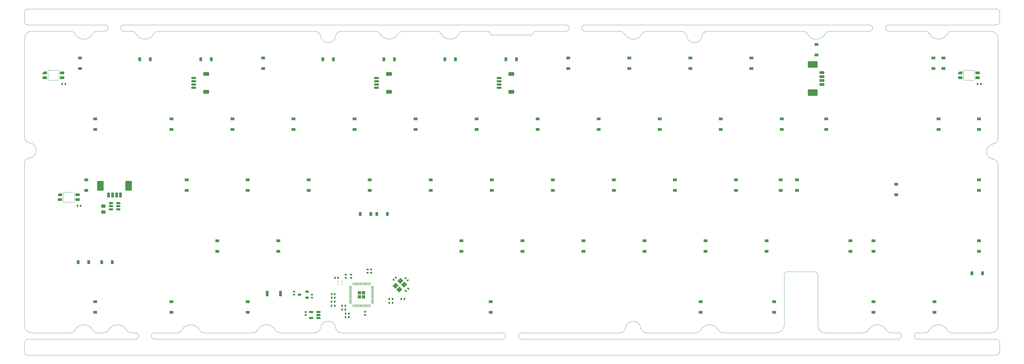
<source format=gbp>
G04 #@! TF.GenerationSoftware,KiCad,Pcbnew,(6.99.0-1912-g359c99991b)*
G04 #@! TF.CreationDate,2023-08-15T13:40:24+07:00*
G04 #@! TF.ProjectId,nyx,6e79782e-6b69-4636-9164-5f7063625858,2*
G04 #@! TF.SameCoordinates,Original*
G04 #@! TF.FileFunction,Paste,Bot*
G04 #@! TF.FilePolarity,Positive*
%FSLAX46Y46*%
G04 Gerber Fmt 4.6, Leading zero omitted, Abs format (unit mm)*
G04 Created by KiCad (PCBNEW (6.99.0-1912-g359c99991b)) date 2023-08-15 13:40:24*
%MOMM*%
%LPD*%
G01*
G04 APERTURE LIST*
G04 Aperture macros list*
%AMRoundRect*
0 Rectangle with rounded corners*
0 $1 Rounding radius*
0 $2 $3 $4 $5 $6 $7 $8 $9 X,Y pos of 4 corners*
0 Add a 4 corners polygon primitive as box body*
4,1,4,$2,$3,$4,$5,$6,$7,$8,$9,$2,$3,0*
0 Add four circle primitives for the rounded corners*
1,1,$1+$1,$2,$3*
1,1,$1+$1,$4,$5*
1,1,$1+$1,$6,$7*
1,1,$1+$1,$8,$9*
0 Add four rect primitives between the rounded corners*
20,1,$1+$1,$2,$3,$4,$5,0*
20,1,$1+$1,$4,$5,$6,$7,0*
20,1,$1+$1,$6,$7,$8,$9,0*
20,1,$1+$1,$8,$9,$2,$3,0*%
%AMRotRect*
0 Rectangle, with rotation*
0 The origin of the aperture is its center*
0 $1 length*
0 $2 width*
0 $3 Rotation angle, in degrees counterclockwise*
0 Add horizontal line*
21,1,$1,$2,0,0,$3*%
%AMFreePoly0*
4,1,18,-0.410000,0.593000,-0.403758,0.624380,-0.385983,0.650983,-0.359380,0.668758,-0.328000,0.675000,0.328000,0.675000,0.359380,0.668758,0.385983,0.650983,0.403758,0.624380,0.410000,0.593000,0.410000,-0.593000,0.403758,-0.624380,0.385983,-0.650983,0.359380,-0.668758,0.328000,-0.675000,0.000000,-0.675000,-0.410000,-0.265000,-0.410000,0.593000,-0.410000,0.593000,$1*%
G04 Aperture macros list end*
%ADD10C,0.100000*%
%ADD11R,0.900000X1.700000*%
%ADD12R,1.200000X0.900000*%
%ADD13RoundRect,0.140000X-0.170000X0.140000X-0.170000X-0.140000X0.170000X-0.140000X0.170000X0.140000X0*%
%ADD14RoundRect,0.140000X0.170000X-0.140000X0.170000X0.140000X-0.170000X0.140000X-0.170000X-0.140000X0*%
%ADD15R,0.900000X1.200000*%
%ADD16RoundRect,0.200000X0.600000X-0.200000X0.600000X0.200000X-0.600000X0.200000X-0.600000X-0.200000X0*%
%ADD17RoundRect,0.250001X1.249999X-0.799999X1.249999X0.799999X-1.249999X0.799999X-1.249999X-0.799999X0*%
%ADD18RoundRect,0.200000X-0.200000X-0.600000X0.200000X-0.600000X0.200000X0.600000X-0.200000X0.600000X0*%
%ADD19RoundRect,0.250001X-0.799999X-1.249999X0.799999X-1.249999X0.799999X1.249999X-0.799999X1.249999X0*%
%ADD20RoundRect,0.140000X-0.140000X-0.170000X0.140000X-0.170000X0.140000X0.170000X-0.140000X0.170000X0*%
%ADD21RoundRect,0.140000X0.140000X0.170000X-0.140000X0.170000X-0.140000X-0.170000X0.140000X-0.170000X0*%
%ADD22RoundRect,0.250000X-0.292217X0.292217X-0.292217X-0.292217X0.292217X-0.292217X0.292217X0.292217X0*%
%ADD23RoundRect,0.050000X-0.050000X0.387500X-0.050000X-0.387500X0.050000X-0.387500X0.050000X0.387500X0*%
%ADD24RoundRect,0.050000X-0.387500X0.050000X-0.387500X-0.050000X0.387500X-0.050000X0.387500X0.050000X0*%
%ADD25RoundRect,0.045000X0.055000X0.045000X-0.055000X0.045000X-0.055000X-0.045000X0.055000X-0.045000X0*%
%ADD26RoundRect,0.140000X0.021213X-0.219203X0.219203X-0.021213X-0.021213X0.219203X-0.219203X0.021213X0*%
%ADD27RotRect,1.400000X1.200000X225.000000*%
%ADD28RoundRect,0.135000X0.035355X-0.226274X0.226274X-0.035355X-0.035355X0.226274X-0.226274X0.035355X0*%
%ADD29RoundRect,0.135000X-0.185000X0.135000X-0.185000X-0.135000X0.185000X-0.135000X0.185000X0.135000X0*%
%ADD30RoundRect,0.082000X-0.593000X0.328000X-0.593000X-0.328000X0.593000X-0.328000X0.593000X0.328000X0*%
%ADD31FreePoly0,270.000000*%
%ADD32R,1.000000X0.800000*%
%ADD33RoundRect,0.150000X-0.625000X0.150000X-0.625000X-0.150000X0.625000X-0.150000X0.625000X0.150000X0*%
%ADD34RoundRect,0.250000X-0.650000X0.350000X-0.650000X-0.350000X0.650000X-0.350000X0.650000X0.350000X0*%
%ADD35RoundRect,0.150000X0.512500X0.150000X-0.512500X0.150000X-0.512500X-0.150000X0.512500X-0.150000X0*%
%ADD36RoundRect,0.135000X0.135000X0.185000X-0.135000X0.185000X-0.135000X-0.185000X0.135000X-0.185000X0*%
%ADD37RoundRect,0.243750X-0.456250X0.243750X-0.456250X-0.243750X0.456250X-0.243750X0.456250X0.243750X0*%
%ADD38RoundRect,0.135000X-0.135000X-0.185000X0.135000X-0.185000X0.135000X0.185000X-0.135000X0.185000X0*%
%ADD39RoundRect,0.140000X0.219203X0.021213X0.021213X0.219203X-0.219203X-0.021213X-0.021213X-0.219203X0*%
G04 #@! TA.AperFunction,Profile*
%ADD40C,0.100000*%
G04 #@! TD*
G04 APERTURE END LIST*
D10*
X98750000Y-86200000D02*
G75*
G03*
X98750000Y-86200000I-50000J0D01*
G01*
X98750000Y-85200000D02*
G75*
G03*
X98750000Y-85200000I-50000J0D01*
G01*
X98550000Y-86000000D02*
G75*
G03*
X98550000Y-86000000I-50000J0D01*
G01*
X98550000Y-85400000D02*
G75*
G03*
X98550000Y-85400000I-50000J0D01*
G01*
X98350000Y-86200000D02*
G75*
G03*
X98350000Y-86200000I-50000J0D01*
G01*
X98350000Y-85200000D02*
G75*
G03*
X98350000Y-85200000I-50000J0D01*
G01*
D11*
X79849999Y-88999999D03*
X75749999Y-88999999D03*
D12*
X235974999Y-56722322D03*
X235974999Y-53422322D03*
X231594822Y-75772322D03*
X231594822Y-72472322D03*
D13*
X106300000Y-94720000D03*
X106300000Y-95680000D03*
D14*
X89700000Y-90300000D03*
X89700000Y-89340000D03*
D15*
X54999999Y-15749999D03*
X58299999Y-15749999D03*
D12*
X145869822Y-56722322D03*
X145869822Y-53422322D03*
X69669822Y-56722322D03*
X69669822Y-53422322D03*
D16*
X248875000Y-23675000D03*
X248875000Y-22425000D03*
X248875000Y-21175000D03*
X248875000Y-19925000D03*
D17*
X245975000Y-26225000D03*
X245975000Y-17375000D03*
D18*
X26209758Y-58192481D03*
X27459758Y-58192481D03*
X28709758Y-58192481D03*
X29959758Y-58192481D03*
D19*
X23659758Y-55292481D03*
X32509758Y-55292481D03*
D15*
X112149999Y-15749999D03*
X115449999Y-15749999D03*
D20*
X16525000Y-61600000D03*
X17485000Y-61600000D03*
D12*
X297899999Y-37672322D03*
X297899999Y-34372322D03*
X283982322Y-94822322D03*
X283982322Y-91522322D03*
X160157322Y-37672322D03*
X160157322Y-34372322D03*
D14*
X107034823Y-82480000D03*
X107034823Y-81520000D03*
X84100000Y-89350000D03*
X84100000Y-88390000D03*
D12*
X297899999Y-56722322D03*
X297899999Y-53422322D03*
D21*
X96814823Y-90300000D03*
X95854823Y-90300000D03*
D12*
X264932322Y-75772322D03*
X264932322Y-72472322D03*
D21*
X101180000Y-96400000D03*
X100220000Y-96400000D03*
D12*
X107769822Y-56722322D03*
X107769822Y-53422322D03*
X212544822Y-75772322D03*
X212544822Y-72472322D03*
X88719822Y-56722322D03*
X88719822Y-53422322D03*
X188732322Y-18622322D03*
X188732322Y-15322322D03*
X207782322Y-18622322D03*
X207782322Y-15322322D03*
D22*
X105822323Y-88749899D03*
X104547323Y-88749899D03*
X105822323Y-90024899D03*
X104547323Y-90024899D03*
D23*
X102584823Y-85949899D03*
X102984823Y-85949899D03*
X103384823Y-85949899D03*
X103784823Y-85949899D03*
X104184823Y-85949899D03*
X104584823Y-85949899D03*
X104984823Y-85949899D03*
X105384823Y-85949899D03*
X105784823Y-85949899D03*
X106184823Y-85949899D03*
X106584823Y-85949899D03*
X106984823Y-85949899D03*
X107384823Y-85949899D03*
X107784823Y-85949899D03*
D24*
X108622323Y-86787399D03*
X108622323Y-87187399D03*
X108622323Y-87587399D03*
X108622323Y-87987399D03*
X108622323Y-88387399D03*
X108622323Y-88787399D03*
X108622323Y-89187399D03*
X108622323Y-89587399D03*
X108622323Y-89987399D03*
X108622323Y-90387399D03*
X108622323Y-90787399D03*
X108622323Y-91187399D03*
X108622323Y-91587399D03*
X108622323Y-91987399D03*
D23*
X107784823Y-92824899D03*
X107384823Y-92824899D03*
X106984823Y-92824899D03*
X106584823Y-92824899D03*
X106184823Y-92824899D03*
X105784823Y-92824899D03*
X105384823Y-92824899D03*
X104984823Y-92824899D03*
X104584823Y-92824899D03*
X104184823Y-92824899D03*
X103784823Y-92824899D03*
X103384823Y-92824899D03*
X102984823Y-92824899D03*
X102584823Y-92824899D03*
D24*
X101747323Y-91987399D03*
X101747323Y-91587399D03*
X101747323Y-91187399D03*
X101747323Y-90787399D03*
X101747323Y-90387399D03*
X101747323Y-89987399D03*
X101747323Y-89587399D03*
X101747323Y-89187399D03*
X101747323Y-88787399D03*
X101747323Y-88387399D03*
X101747323Y-87987399D03*
X101747323Y-87587399D03*
X101747323Y-87187399D03*
X101747323Y-86787399D03*
D12*
X222069822Y-56722322D03*
X222069822Y-53422322D03*
X50619822Y-56722322D03*
X50619822Y-53422322D03*
D25*
X99150000Y-85100000D03*
X99150000Y-85500000D03*
X99150000Y-85900000D03*
X99150000Y-86300000D03*
X97850000Y-86300000D03*
X97850000Y-85900000D03*
X97850000Y-85500000D03*
X97850000Y-85100000D03*
D12*
X74432322Y-18622322D03*
X74432322Y-15322322D03*
D13*
X87800000Y-94750000D03*
X87800000Y-95710000D03*
D12*
X247149999Y-14399999D03*
X247149999Y-11099999D03*
D15*
X93099999Y-15749999D03*
X96399999Y-15749999D03*
D12*
X45857322Y-94822322D03*
X45857322Y-91522322D03*
D26*
X115210589Y-84689411D03*
X115889411Y-84010589D03*
D20*
X96890000Y-84100000D03*
X97850000Y-84100000D03*
D12*
X17282322Y-18622322D03*
X17282322Y-15322322D03*
X250259999Y-37672322D03*
X250259999Y-34372322D03*
D21*
X100080000Y-92868649D03*
X99120000Y-92868649D03*
D12*
X103007322Y-37672322D03*
X103007322Y-34372322D03*
D27*
X118528857Y-86223222D03*
X116973222Y-87778857D03*
X115771141Y-86576776D03*
X117326776Y-85021141D03*
D12*
X285299999Y-37672322D03*
X285299999Y-34372322D03*
D15*
X27349999Y-79199999D03*
X24049999Y-79199999D03*
D12*
X198257322Y-37672322D03*
X198257322Y-34372322D03*
X122057322Y-37672322D03*
X122057322Y-34372322D03*
D15*
X109949999Y-64099999D03*
X113249999Y-64099999D03*
D12*
X145499999Y-94822322D03*
X145499999Y-91522322D03*
D28*
X119010833Y-88185551D03*
X119732081Y-87464303D03*
D12*
X193494822Y-75772322D03*
X193494822Y-72472322D03*
X236357322Y-37672322D03*
X236357322Y-34372322D03*
X83957322Y-37672322D03*
X83957322Y-34372322D03*
D15*
X131199999Y-15749999D03*
X134499999Y-15749999D03*
D12*
X264932322Y-94822322D03*
X264932322Y-91522322D03*
X79194822Y-75772322D03*
X79194822Y-72472322D03*
D29*
X100300000Y-83090000D03*
X100300000Y-84110000D03*
D21*
X101180000Y-95268649D03*
X100220000Y-95268649D03*
D12*
X69669822Y-94822322D03*
X69669822Y-91522322D03*
X283699999Y-18622322D03*
X283699999Y-15322322D03*
X155394822Y-75772322D03*
X155394822Y-72472322D03*
X286799999Y-18622322D03*
X286799999Y-15322322D03*
D20*
X113854823Y-91868649D03*
X114814823Y-91868649D03*
D12*
X60144822Y-75772322D03*
X60144822Y-72472322D03*
X141107322Y-37672322D03*
X141107322Y-34372322D03*
X203019822Y-56722322D03*
X203019822Y-53422322D03*
X22044822Y-94822322D03*
X22044822Y-91522322D03*
D30*
X16525000Y-59634823D03*
X16525000Y-58134823D03*
X11075000Y-59634823D03*
D31*
X11074999Y-58134822D03*
D15*
X150249999Y-15749999D03*
X153549999Y-15749999D03*
D32*
X88199999Y-88400000D03*
X88199999Y-90299999D03*
X85799999Y-89349999D03*
D12*
X136344822Y-75772322D03*
X136344822Y-72472322D03*
X126819822Y-56722322D03*
X126819822Y-53422322D03*
X241119822Y-56722322D03*
X241119822Y-53422322D03*
D20*
X11759823Y-23500000D03*
X12719823Y-23500000D03*
D12*
X272076072Y-58149999D03*
X272076072Y-54849999D03*
D15*
X108049999Y-64099999D03*
X104749999Y-64099999D03*
D30*
X297509823Y-21534823D03*
X297509823Y-20034823D03*
X292059823Y-21534823D03*
D31*
X292059822Y-20034822D03*
D33*
X52800000Y-21650000D03*
X52800000Y-22650000D03*
X52800000Y-23650000D03*
X52800000Y-24650000D03*
D34*
X56675000Y-20350000D03*
X56675000Y-25950000D03*
D35*
X29222500Y-60750000D03*
X29222500Y-61700000D03*
X29222500Y-62650000D03*
X26947500Y-62650000D03*
X26947500Y-61700000D03*
X26947500Y-60750000D03*
D12*
X257788572Y-75772322D03*
X257788572Y-72472322D03*
D36*
X96844823Y-92800000D03*
X95824823Y-92800000D03*
D12*
X210999999Y-94822322D03*
X210999999Y-91522322D03*
D37*
X24600000Y-61700000D03*
X24600000Y-63575000D03*
D33*
X109875000Y-21650000D03*
X109875000Y-22650000D03*
X109875000Y-23650000D03*
X109875000Y-24650000D03*
D34*
X113750000Y-20350000D03*
X113750000Y-25950000D03*
D12*
X64907322Y-37672322D03*
X64907322Y-34372322D03*
X297899999Y-75772322D03*
X297899999Y-72472322D03*
X22044822Y-37672322D03*
X22044822Y-34372322D03*
D21*
X100080000Y-94022323D03*
X99120000Y-94022323D03*
D20*
X113854823Y-90700000D03*
X114814823Y-90700000D03*
D14*
X108200000Y-82480000D03*
X108200000Y-81520000D03*
D15*
X35949999Y-15749999D03*
X39249999Y-15749999D03*
X20049999Y-79199999D03*
X16749999Y-79199999D03*
D12*
X217307322Y-37672322D03*
X217307322Y-34372322D03*
X183969822Y-56722322D03*
X183969822Y-53422322D03*
D35*
X91737500Y-94750000D03*
X91737500Y-95700000D03*
X91737500Y-96650000D03*
X89462500Y-96650000D03*
X89462500Y-94750000D03*
D12*
X45857322Y-37672322D03*
X45857322Y-34372322D03*
X179207322Y-37672322D03*
X179207322Y-34372322D03*
D30*
X11759823Y-21534823D03*
X11759823Y-20034823D03*
X6309823Y-21534823D03*
D31*
X6309822Y-20034822D03*
D12*
X19299999Y-56722322D03*
X19299999Y-53422322D03*
D15*
X298974999Y-82699999D03*
X295674999Y-82699999D03*
D36*
X96844823Y-91600000D03*
X95824823Y-91600000D03*
D12*
X226832322Y-18622322D03*
X226832322Y-15322322D03*
X164919822Y-56722322D03*
X164919822Y-53422322D03*
D33*
X148100000Y-21650000D03*
X148100000Y-22650000D03*
X148100000Y-23650000D03*
X148100000Y-24650000D03*
D34*
X151975000Y-20350000D03*
X151975000Y-25950000D03*
D21*
X96814823Y-89187399D03*
X95854823Y-89187399D03*
D14*
X101900000Y-84080000D03*
X101900000Y-83120000D03*
D38*
X117590000Y-90700000D03*
X118610000Y-90700000D03*
D20*
X297509823Y-23500000D03*
X298469823Y-23500000D03*
D12*
X169682322Y-18622322D03*
X169682322Y-15322322D03*
X174444822Y-75772322D03*
X174444822Y-72472322D03*
X233976072Y-94822322D03*
X233976072Y-91522322D03*
D39*
X119604570Y-84874233D03*
X118925748Y-84195411D03*
D40*
X301600202Y-101272406D02*
G75*
G03*
X303822706Y-99049835I-102J2222606D01*
G01*
X40600000Y-103272338D02*
X149161353Y-103272338D01*
X71376999Y-101272345D02*
G75*
G03*
X72707000Y-100446691I-15399J1508845D01*
G01*
X98847999Y-7000000D02*
X109651997Y-7000000D01*
X237074986Y-83399998D02*
X237074986Y-99022338D01*
X136948002Y-7000004D02*
G75*
G03*
X135618000Y-7806000I398J-1500996D01*
G01*
X268967975Y-100446699D02*
G75*
G03*
X270297993Y-101272337I1345325J683099D01*
G01*
X33451997Y-7000000D02*
X31049997Y-7000000D01*
X304322700Y-1000000D02*
G75*
G03*
X303322706Y0I-1000000J0D01*
G01*
X289347996Y-7000000D02*
X301600202Y-7000000D01*
X303322706Y-108272406D02*
G75*
G03*
X304322706Y-107272338I-106J1000106D01*
G01*
X25049997Y-5000000D02*
X1000000Y-5000000D01*
X34781999Y-7806000D02*
G75*
G03*
X40367997Y-7806000I2792999J1455492D01*
G01*
X24876999Y-101272338D02*
X22647999Y-101272338D01*
X97179782Y-99907551D02*
G75*
G03*
X98847996Y-101272338I1668618J337651D01*
G01*
X251247981Y-6999980D02*
G75*
G03*
X249917994Y-7806000I319J-1500820D01*
G01*
X15731999Y-7806000D02*
G75*
G03*
X14401997Y-7000001I-1328549J-691940D01*
G01*
X282432022Y-7805994D02*
G75*
G03*
X281101994Y-7000001I-1328522J-691906D01*
G01*
X303827411Y-48693176D02*
X303822706Y-99049835D01*
X79623001Y-101272338D02*
X90601994Y-101272338D01*
X278700001Y-101272338D02*
X281102009Y-101272338D01*
X303322706Y0D02*
X1000000Y0D01*
X130031972Y-7806015D02*
G75*
G03*
X128702000Y-7000001I-1328472J-691785D01*
G01*
X54655994Y-100446691D02*
G75*
G03*
X49069996Y-100446691I-2792999J-1455492D01*
G01*
X31793026Y-100446677D02*
G75*
G03*
X33123001Y-101272337I1345274J682977D01*
G01*
X0Y-107272338D02*
X0Y-104272338D01*
X78293026Y-100446677D02*
G75*
G03*
X79623001Y-101272337I1345274J682977D01*
G01*
X289347996Y-6999994D02*
G75*
G03*
X288018010Y-7806000I304J-1500806D01*
G01*
X234824986Y-101272386D02*
G75*
G03*
X237074986Y-99022338I-86J2250086D01*
G01*
X34781941Y-7806030D02*
G75*
G03*
X33451997Y-7000001I-1328541J-691870D01*
G01*
X21317997Y-100446691D02*
G75*
G03*
X15731999Y-100446691I-2792999J-1455492D01*
G01*
X217911000Y-101272338D02*
X234824986Y-101272338D01*
X192377306Y-99907545D02*
G75*
G03*
X187537331Y-99827543I-2423306J-160755D01*
G01*
X155161353Y-103272338D02*
X272700001Y-103272338D01*
X22647999Y-7000002D02*
G75*
G03*
X21317998Y-7806000I401J-1500998D01*
G01*
X0Y-99049833D02*
G75*
G03*
X2222503Y-101272338I2222503J-2D01*
G01*
X288017979Y-100446706D02*
G75*
G03*
X289348011Y-101272338I1345321J683106D01*
G01*
X175000000Y-7000000D02*
X185851994Y-7000000D01*
X47739994Y-101272307D02*
G75*
G03*
X49069995Y-100446691I-15294J1508707D01*
G01*
X136948002Y-7000000D02*
X144500000Y-7000000D01*
X1000000Y0D02*
G75*
G03*
X0Y-1000000I0J-1000000D01*
G01*
X92339807Y-8400003D02*
G75*
G03*
X90601997Y-7000001I-1736307J-376697D01*
G01*
X206639807Y-8400003D02*
G75*
G03*
X204901997Y-7000001I-1736307J-376697D01*
G01*
X303322706Y-5000000D02*
X269722706Y-5000000D01*
X14401997Y-101272338D02*
X2222503Y-101272338D01*
X78292999Y-100446691D02*
G75*
G03*
X72707001Y-100446691I-2792999J-1455492D01*
G01*
X159500000Y-7000024D02*
G75*
G03*
X158700000Y-7600000I-800J-832276D01*
G01*
X304322762Y-104272338D02*
G75*
G03*
X303322706Y-103272338I-1000062J-62D01*
G01*
X209664998Y-101272311D02*
G75*
G03*
X210995000Y-100446691I-15298J1508711D01*
G01*
X303827349Y-48693176D02*
G75*
G03*
X302507411Y-47025000I-1714649J-424D01*
G01*
X194097996Y-7000018D02*
G75*
G03*
X192767994Y-7806000I-1496J-1497882D01*
G01*
X187181971Y-7806013D02*
G75*
G03*
X185851994Y-7000001I-1328471J-691787D01*
G01*
X303822706Y-9222505D02*
X303827411Y-40462174D01*
X302427417Y-42200059D02*
G75*
G03*
X302507411Y-47024999I240783J-2409141D01*
G01*
X251247981Y-7000000D02*
X263722706Y-7000000D01*
X268967991Y-100446691D02*
G75*
G03*
X263381993Y-100446691I-2792999J-1455492D01*
G01*
X206639815Y-8400001D02*
G75*
G03*
X211479823Y-8320000I2416685J240801D01*
G01*
X216580977Y-100446702D02*
G75*
G03*
X217911000Y-101272337I1345323J683102D01*
G01*
X21317977Y-100446701D02*
G75*
G03*
X22647999Y-101272337I1345323J683101D01*
G01*
X247650002Y-83399998D02*
G75*
G03*
X246399998Y-82149998I-1249602J398D01*
G01*
X304322706Y-1000000D02*
X304322706Y-4000000D01*
X110981958Y-7806022D02*
G75*
G03*
X109651997Y-7000001I-1328658J-692078D01*
G01*
X304322706Y-104272338D02*
X304322706Y-107272338D01*
X194097996Y-7000000D02*
X204901997Y-7000000D01*
X31792999Y-100446691D02*
G75*
G03*
X26207001Y-100446691I-2792999J-1455492D01*
G01*
X90601994Y-101272331D02*
G75*
G03*
X92339819Y-99827543I1506J1765731D01*
G01*
X303322706Y-5000006D02*
G75*
G03*
X304322706Y-4000000I-6J1000006D01*
G01*
X149161353Y-101272338D02*
X98847996Y-101272338D01*
X302427414Y-42200015D02*
G75*
G03*
X303827410Y-40462174I-376714J1736315D01*
G01*
X0Y-99049833D02*
X0Y-48291535D01*
X41697999Y-7000002D02*
G75*
G03*
X40367998Y-7806000I401J-1500998D01*
G01*
X185799504Y-101272341D02*
G75*
G03*
X187537330Y-99827543I1496J1765741D01*
G01*
X1000000Y-103272338D02*
G75*
G03*
X0Y-104272338I-1J-999999D01*
G01*
X97179816Y-99907543D02*
G75*
G03*
X92339821Y-99827543I-2423316J-160757D01*
G01*
X169000000Y-7000000D02*
X159500000Y-7000000D01*
X110981999Y-7806000D02*
G75*
G03*
X116567997Y-7806000I2792999J1455492D01*
G01*
X24876999Y-101272345D02*
G75*
G03*
X26207000Y-100446691I-15399J1508845D01*
G01*
X117897999Y-7000000D02*
X128702000Y-7000000D01*
X-2Y-40183465D02*
G75*
G03*
X1362325Y-41824999I1670682J445D01*
G01*
X2Y-107272338D02*
G75*
G03*
X1000000Y-108272338I999998J-2D01*
G01*
X0Y-4000000D02*
G75*
G03*
X1000000Y-5000000I1000000J0D01*
G01*
X262051991Y-101272306D02*
G75*
G03*
X263381993Y-100446691I-15291J1508706D01*
G01*
X278700001Y-103272338D02*
X303322706Y-103272338D01*
X192377282Y-99907553D02*
G75*
G03*
X194045506Y-101272338I1668618J337653D01*
G01*
X0Y-40183465D02*
X0Y-9222503D01*
X249899998Y-101272338D02*
X262051991Y-101272338D01*
X15731999Y-7806000D02*
G75*
G03*
X21317997Y-7806000I2792999J1455492D01*
G01*
X1442325Y-46649999D02*
G75*
G03*
X1362325Y-41825001I-240727J2409171D01*
G01*
X54655976Y-100446700D02*
G75*
G03*
X55985996Y-101272337I1345324J683100D01*
G01*
X41697999Y-7000000D02*
X90601997Y-7000000D01*
X247650062Y-99022338D02*
G75*
G03*
X249899998Y-101272338I2249938J-62D01*
G01*
X246399998Y-82149998D02*
X238324986Y-82149998D01*
X157900000Y-8199976D02*
G75*
G03*
X158700000Y-7600000I800J832276D01*
G01*
X145300023Y-7599993D02*
G75*
G03*
X144500000Y-7000000I-799223J-232307D01*
G01*
X33123001Y-101272338D02*
X34600000Y-101272338D01*
X282432011Y-7806000D02*
G75*
G03*
X288018009Y-7806000I2792999J1455492D01*
G01*
X1000000Y-108272338D02*
X303322706Y-108272338D01*
X40600000Y-101272338D02*
X47739994Y-101272338D01*
X270297993Y-101272338D02*
X272700001Y-101272338D01*
X2222503Y-7000000D02*
G75*
G03*
X0Y-9222503I0J-2222503D01*
G01*
X209664998Y-101272338D02*
X194045506Y-101272338D01*
X247649998Y-99022338D02*
X247649998Y-83399998D01*
X303822700Y-9222505D02*
G75*
G03*
X301600202Y-7000000I-2222500J5D01*
G01*
X169000000Y-5000000D02*
X31049997Y-5000000D01*
X187181996Y-7805999D02*
G75*
G03*
X192767994Y-7806000I2792999J1455492D01*
G01*
X117897999Y-7000002D02*
G75*
G03*
X116567998Y-7806000I401J-1500998D01*
G01*
X213147999Y-6999979D02*
G75*
G03*
X211479824Y-8320000I501J-1714721D01*
G01*
X71376999Y-101272338D02*
X55985996Y-101272338D01*
X175000000Y-5000000D02*
X263722706Y-5000000D01*
X0Y-4000000D02*
X0Y-1000000D01*
X146100000Y-8200000D02*
X157900000Y-8200000D01*
X244331996Y-7806000D02*
G75*
G03*
X249917994Y-7806000I2792999J1455492D01*
G01*
X155161353Y-101272338D02*
X185799504Y-101272338D01*
X14401997Y-101272310D02*
G75*
G03*
X15731999Y-100446691I-15297J1508710D01*
G01*
X269722706Y-7000000D02*
X281101994Y-7000000D01*
X145299977Y-7600007D02*
G75*
G03*
X146100000Y-8200000I799223J232307D01*
G01*
X216580998Y-100446691D02*
G75*
G03*
X210995000Y-100446691I-2792999J-1455492D01*
G01*
X213147999Y-7000000D02*
X243001979Y-7000000D01*
X2222503Y-7000000D02*
X14401997Y-7000000D01*
X289348011Y-101272338D02*
X301600202Y-101272338D01*
X25049997Y-7000000D02*
X22647999Y-7000000D01*
X98847999Y-6999979D02*
G75*
G03*
X97179824Y-8320000I501J-1714721D01*
G01*
X92339815Y-8400001D02*
G75*
G03*
X97179823Y-8320000I2416685J240801D01*
G01*
X1442325Y-46650000D02*
G75*
G03*
X0Y-48291535I213454J-1641963D01*
G01*
X281102009Y-101272321D02*
G75*
G03*
X282432011Y-100446691I-15309J1508721D01*
G01*
X130032002Y-7806000D02*
G75*
G03*
X135618000Y-7806000I2792999J1455492D01*
G01*
X238324986Y-82149986D02*
G75*
G03*
X237074986Y-83399998I-386J-1249614D01*
G01*
X244332019Y-7805988D02*
G75*
G03*
X243001979Y-7000001I-1328519J-691912D01*
G01*
X1000000Y-103272338D02*
X34600000Y-103272338D01*
X288018009Y-100446691D02*
G75*
G03*
X282432011Y-100446691I-2792999J-1455492D01*
G01*
X263722706Y-7000000D02*
G75*
G03*
X263722706Y-5000000I0J1000000D01*
G01*
X269722706Y-5000000D02*
G75*
G03*
X269722706Y-7000000I0J-1000000D01*
G01*
X169000000Y-7000000D02*
G75*
G03*
X169000000Y-5000000I0J1000000D01*
G01*
X175000000Y-5000000D02*
G75*
G03*
X175000000Y-7000000I0J-1000000D01*
G01*
X40600000Y-101272338D02*
G75*
G03*
X40600000Y-103272338I0J-1000000D01*
G01*
X34600000Y-103272338D02*
G75*
G03*
X34600000Y-101272338I0J1000000D01*
G01*
X278700001Y-101272338D02*
G75*
G03*
X278700001Y-103272338I0J-1000000D01*
G01*
X272700001Y-103272338D02*
G75*
G03*
X272700001Y-101272338I0J1000000D01*
G01*
X155161353Y-101272338D02*
G75*
G03*
X155161353Y-103272338I0J-1000000D01*
G01*
X149161353Y-103272338D02*
G75*
G03*
X149161353Y-101272338I0J1000000D01*
G01*
X25049997Y-7000000D02*
G75*
G03*
X25049997Y-5000000I0J1000000D01*
G01*
X31049997Y-5000000D02*
G75*
G03*
X31049997Y-7000000I0J-1000000D01*
G01*
X12100001Y-59587666D02*
X12100001Y-58181982D01*
X13005548Y-57384824D02*
X14594452Y-57384824D01*
X14594452Y-60384823D02*
X13005547Y-60384823D01*
X15499999Y-58181982D02*
X15499999Y-59587666D01*
X12100000Y-58181982D02*
G75*
G03*
X12050515Y-57965104I-499989J2D01*
G01*
X12753289Y-57316525D02*
G75*
G03*
X12050517Y-57965105I-252259J-431700D01*
G01*
X12050516Y-59804544D02*
G75*
G03*
X12100001Y-59587667I-450505J216876D01*
G01*
X12050516Y-59804544D02*
G75*
G03*
X12753289Y-60453122I450514J-216878D01*
G01*
X13005547Y-60384823D02*
G75*
G03*
X12753289Y-60453122I3J-500009D01*
G01*
X12753289Y-57316525D02*
G75*
G03*
X13005548Y-57384824I252261J431710D01*
G01*
X14846711Y-60453123D02*
G75*
G03*
X14594453Y-60384824I-252261J-431710D01*
G01*
X14594452Y-57384823D02*
G75*
G03*
X14846710Y-57316525I-2J500010D01*
G01*
X15549480Y-57965102D02*
G75*
G03*
X14846711Y-57316527I-450510J216879D01*
G01*
X15549484Y-57965104D02*
G75*
G03*
X15499999Y-58181981I450866J-216959D01*
G01*
X14846711Y-60453123D02*
G75*
G03*
X15549484Y-59804544I252259J431700D01*
G01*
X15499987Y-59587666D02*
G75*
G03*
X15549484Y-59804544I500513J143D01*
G01*
X293084824Y-21487666D02*
X293084824Y-20081982D01*
X293990371Y-19284824D02*
X295579275Y-19284824D01*
X295579275Y-22284823D02*
X293990370Y-22284823D01*
X296484822Y-20081982D02*
X296484822Y-21487666D01*
X293084823Y-20081982D02*
G75*
G03*
X293035338Y-19865104I-499989J2D01*
G01*
X293738112Y-19216525D02*
G75*
G03*
X293035340Y-19865105I-252259J-431700D01*
G01*
X293035339Y-21704544D02*
G75*
G03*
X293084824Y-21487667I-450505J216876D01*
G01*
X293035339Y-21704544D02*
G75*
G03*
X293738112Y-22353122I450514J-216878D01*
G01*
X293990370Y-22284823D02*
G75*
G03*
X293738112Y-22353122I3J-500009D01*
G01*
X293738112Y-19216525D02*
G75*
G03*
X293990371Y-19284824I252261J431710D01*
G01*
X295831534Y-22353123D02*
G75*
G03*
X295579276Y-22284824I-252261J-431710D01*
G01*
X295579275Y-19284823D02*
G75*
G03*
X295831533Y-19216525I-2J500010D01*
G01*
X296534303Y-19865102D02*
G75*
G03*
X295831534Y-19216527I-450510J216879D01*
G01*
X296534307Y-19865104D02*
G75*
G03*
X296484822Y-20081981I450866J-216959D01*
G01*
X295831534Y-22353123D02*
G75*
G03*
X296534307Y-21704544I252259J431700D01*
G01*
X296484810Y-21487666D02*
G75*
G03*
X296534307Y-21704544I500513J143D01*
G01*
X7334824Y-21487666D02*
X7334824Y-20081982D01*
X8240371Y-19284824D02*
X9829275Y-19284824D01*
X9829275Y-22284823D02*
X8240370Y-22284823D01*
X10734822Y-20081982D02*
X10734822Y-21487666D01*
X7334823Y-20081982D02*
G75*
G03*
X7285338Y-19865104I-499989J2D01*
G01*
X7988112Y-19216525D02*
G75*
G03*
X7285340Y-19865105I-252259J-431700D01*
G01*
X7285339Y-21704544D02*
G75*
G03*
X7334824Y-21487667I-450505J216876D01*
G01*
X7285339Y-21704544D02*
G75*
G03*
X7988112Y-22353122I450514J-216878D01*
G01*
X8240370Y-22284823D02*
G75*
G03*
X7988112Y-22353122I3J-500009D01*
G01*
X7988112Y-19216525D02*
G75*
G03*
X8240371Y-19284824I252261J431710D01*
G01*
X10081534Y-22353123D02*
G75*
G03*
X9829276Y-22284824I-252261J-431710D01*
G01*
X9829275Y-19284823D02*
G75*
G03*
X10081533Y-19216525I-2J500010D01*
G01*
X10784303Y-19865102D02*
G75*
G03*
X10081534Y-19216527I-450510J216879D01*
G01*
X10784307Y-19865104D02*
G75*
G03*
X10734822Y-20081981I450866J-216959D01*
G01*
X10081534Y-22353123D02*
G75*
G03*
X10784307Y-21704544I252259J431700D01*
G01*
X10734810Y-21487666D02*
G75*
G03*
X10784307Y-21704544I500513J143D01*
G01*
M02*

</source>
